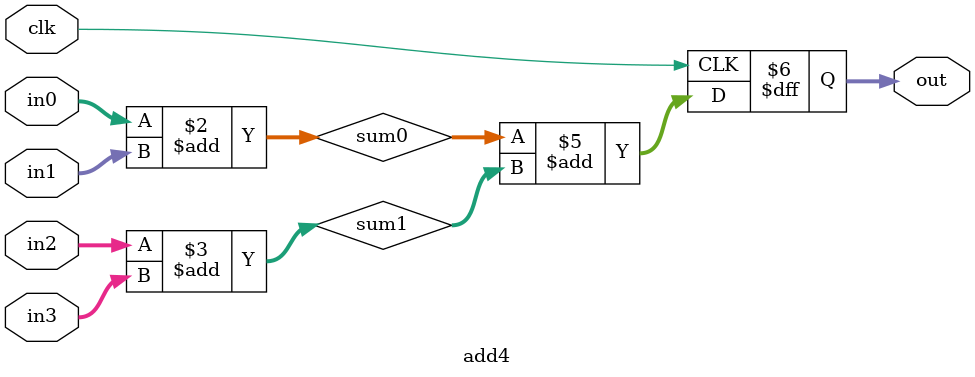
<source format=sv>
`timescale 1ns / 1ps


module add4
#(parameter WIDTH_IN = 8)
(
    input clk,
    input signed [WIDTH_IN-1:0] in0, in1, in2, in3,
    output logic signed [WIDTH_IN+2-1:0] out
);

    logic signed [WIDTH_IN:0] sum0, sum1;
    
    always_comb 
    begin
        sum0 = in0 + in1;
        sum1 = in2 + in3;
    end
    
    always_ff @ (posedge clk) 
    begin
        out <= sum0 + sum1;
    end
endmodule

</source>
